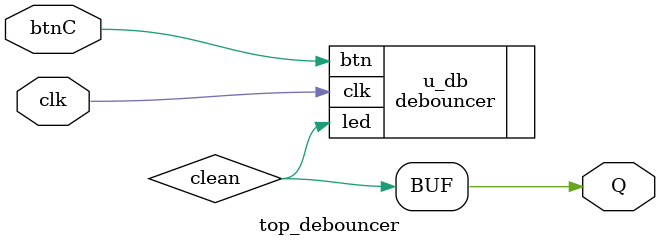
<source format=v>
`timescale 1ns / 1ps


module top_debouncer (
    input  wire clk,   
    input  wire btnC,   
    output wire [0:0]Q    
);
    wire clean;
    debouncer u_db (.clk(clk), .btn(btnC), .led(clean));
    assign Q[0] = clean;
endmodule


</source>
